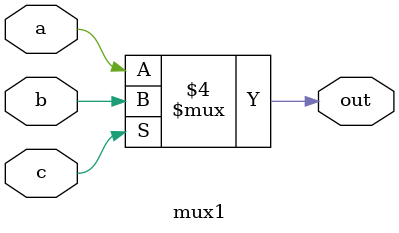
<source format=sv>
`timescale 1ns / 1ps


module mux1(
    input logic a,b,c,
    output logic out
    );
    
    logic var_uso_interno;
    
    always_comb begin
    
        if (!c) begin
        out=a; 
        end else begin
        out=b; end
    end
endmodule

</source>
